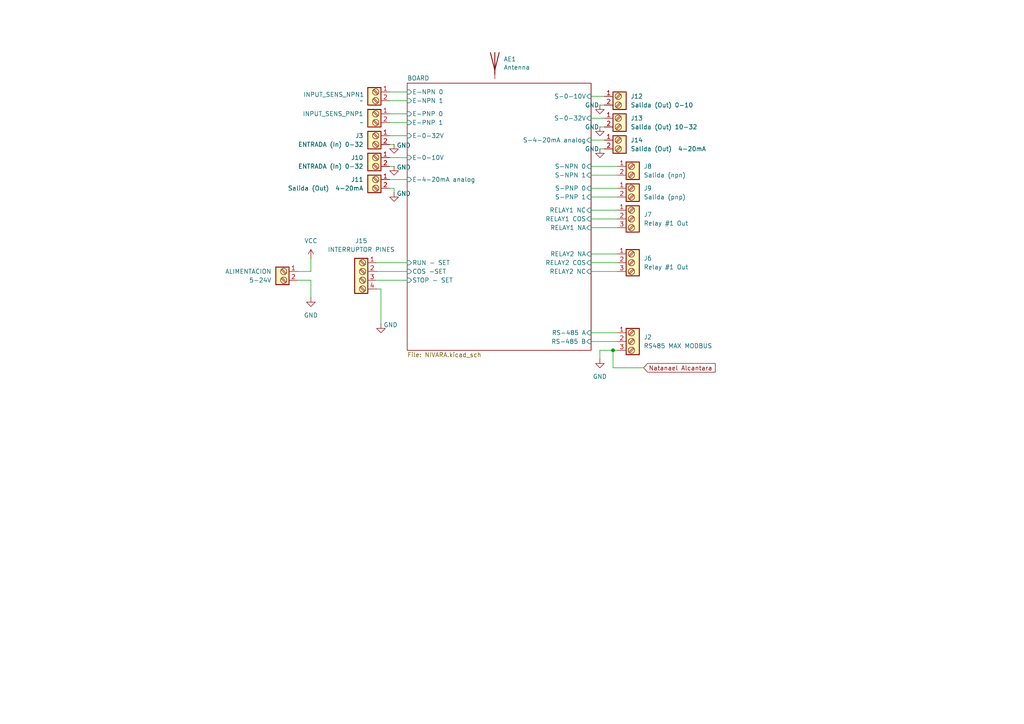
<source format=kicad_sch>
(kicad_sch
	(version 20250114)
	(generator "eeschema")
	(generator_version "9.0")
	(uuid "a0ccc1c3-98b7-44b4-a982-09e3bf693e4b")
	(paper "A4")
	(lib_symbols
		(symbol "Device:Antenna"
			(pin_numbers
				(hide yes)
			)
			(pin_names
				(offset 1.016)
				(hide yes)
			)
			(exclude_from_sim no)
			(in_bom yes)
			(on_board yes)
			(property "Reference" "AE"
				(at -1.905 1.905 0)
				(effects
					(font
						(size 1.27 1.27)
					)
					(justify right)
				)
			)
			(property "Value" "Antenna"
				(at -1.905 0 0)
				(effects
					(font
						(size 1.27 1.27)
					)
					(justify right)
				)
			)
			(property "Footprint" ""
				(at 0 0 0)
				(effects
					(font
						(size 1.27 1.27)
					)
					(hide yes)
				)
			)
			(property "Datasheet" "~"
				(at 0 0 0)
				(effects
					(font
						(size 1.27 1.27)
					)
					(hide yes)
				)
			)
			(property "Description" "Antenna"
				(at 0 0 0)
				(effects
					(font
						(size 1.27 1.27)
					)
					(hide yes)
				)
			)
			(property "ki_keywords" "antenna"
				(at 0 0 0)
				(effects
					(font
						(size 1.27 1.27)
					)
					(hide yes)
				)
			)
			(symbol "Antenna_0_1"
				(polyline
					(pts
						(xy 0 2.54) (xy 0 -3.81)
					)
					(stroke
						(width 0.254)
						(type default)
					)
					(fill
						(type none)
					)
				)
				(polyline
					(pts
						(xy 1.27 2.54) (xy 0 -2.54) (xy -1.27 2.54)
					)
					(stroke
						(width 0.254)
						(type default)
					)
					(fill
						(type none)
					)
				)
			)
			(symbol "Antenna_1_1"
				(pin input line
					(at 0 -5.08 90)
					(length 2.54)
					(name "A"
						(effects
							(font
								(size 1.27 1.27)
							)
						)
					)
					(number "1"
						(effects
							(font
								(size 1.27 1.27)
							)
						)
					)
				)
			)
			(embedded_fonts no)
		)
		(symbol "PCM_SL_Screw_Terminal:Screw_Terminal_2_P3.50mm"
			(exclude_from_sim no)
			(in_bom yes)
			(on_board yes)
			(property "Reference" "J"
				(at 0 3.81 0)
				(effects
					(font
						(size 1.27 1.27)
					)
				)
			)
			(property "Value" "Screw_Terminal_2_P3.50mm"
				(at 0 -3.81 0)
				(effects
					(font
						(size 1.27 1.27)
					)
				)
			)
			(property "Footprint" "TerminalBlock_Phoenix:TerminalBlock_Phoenix_PT-1,5-2-3.5-H_1x02_P3.50mm_Horizontal"
				(at 1.27 -6.35 0)
				(effects
					(font
						(size 1.27 1.27)
					)
					(hide yes)
				)
			)
			(property "Datasheet" ""
				(at 0 0 0)
				(effects
					(font
						(size 1.27 1.27)
					)
					(hide yes)
				)
			)
			(property "Description" ""
				(at 0 0 0)
				(effects
					(font
						(size 1.27 1.27)
					)
					(hide yes)
				)
			)
			(property "ki_keywords" "Screw Terminal"
				(at 0 0 0)
				(effects
					(font
						(size 1.27 1.27)
					)
					(hide yes)
				)
			)
			(symbol "Screw_Terminal_2_P3.50mm_0_1"
				(rectangle
					(start -1.27 2.54)
					(end 2.54 -2.54)
					(stroke
						(width 0.3)
						(type default)
					)
					(fill
						(type background)
					)
				)
				(polyline
					(pts
						(xy -0.254 0.508) (xy 1.016 1.778)
					)
					(stroke
						(width 0)
						(type default)
					)
					(fill
						(type none)
					)
				)
				(polyline
					(pts
						(xy -0.254 -2.032) (xy 1.016 -0.762)
					)
					(stroke
						(width 0)
						(type default)
					)
					(fill
						(type none)
					)
				)
				(polyline
					(pts
						(xy 0 1.27) (xy -0.508 0.762) (xy 0.762 2.032)
					)
					(stroke
						(width 0)
						(type default)
					)
					(fill
						(type none)
					)
				)
				(polyline
					(pts
						(xy 0 -1.27) (xy -0.508 -1.778) (xy 0.762 -0.508)
					)
					(stroke
						(width 0)
						(type default)
					)
					(fill
						(type none)
					)
				)
				(circle
					(center 0.254 1.27)
					(radius 0.9158)
					(stroke
						(width 0)
						(type default)
					)
					(fill
						(type none)
					)
				)
				(circle
					(center 0.254 -1.27)
					(radius 0.9158)
					(stroke
						(width 0)
						(type default)
					)
					(fill
						(type none)
					)
				)
			)
			(symbol "Screw_Terminal_2_P3.50mm_1_1"
				(pin passive line
					(at -3.81 1.27 0)
					(length 2.54)
					(name ""
						(effects
							(font
								(size 1.27 1.27)
							)
						)
					)
					(number "1"
						(effects
							(font
								(size 1.27 1.27)
							)
						)
					)
				)
				(pin passive line
					(at -3.81 -1.27 0)
					(length 2.54)
					(name ""
						(effects
							(font
								(size 1.27 1.27)
							)
						)
					)
					(number "2"
						(effects
							(font
								(size 1.27 1.27)
							)
						)
					)
				)
			)
			(embedded_fonts no)
		)
		(symbol "PCM_SL_Screw_Terminal:Screw_Terminal_3_P3.50mm"
			(exclude_from_sim no)
			(in_bom yes)
			(on_board yes)
			(property "Reference" "J"
				(at 0 5.842 0)
				(effects
					(font
						(size 1.27 1.27)
					)
				)
			)
			(property "Value" "Screw_Terminal_3_P3.50mm"
				(at 1.27 -5.588 0)
				(effects
					(font
						(size 1.27 1.27)
					)
				)
			)
			(property "Footprint" "TerminalBlock_Phoenix:TerminalBlock_Phoenix_PT-1,5-3-3.5-H_1x03_P3.50mm_Horizontal"
				(at 1.27 -7.62 0)
				(effects
					(font
						(size 1.27 1.27)
					)
					(hide yes)
				)
			)
			(property "Datasheet" ""
				(at 0 1.27 0)
				(effects
					(font
						(size 1.27 1.27)
					)
					(hide yes)
				)
			)
			(property "Description" ""
				(at 0 0 0)
				(effects
					(font
						(size 1.27 1.27)
					)
					(hide yes)
				)
			)
			(symbol "Screw_Terminal_3_P3.50mm_0_1"
				(rectangle
					(start -1.27 3.81)
					(end 2.54 -3.81)
					(stroke
						(width 0.3)
						(type default)
					)
					(fill
						(type background)
					)
				)
				(polyline
					(pts
						(xy -0.254 1.778) (xy 1.016 3.048)
					)
					(stroke
						(width 0)
						(type default)
					)
					(fill
						(type none)
					)
				)
				(polyline
					(pts
						(xy -0.254 -0.762) (xy 1.016 0.508)
					)
					(stroke
						(width 0)
						(type default)
					)
					(fill
						(type none)
					)
				)
				(polyline
					(pts
						(xy -0.254 -3.302) (xy 1.016 -2.032)
					)
					(stroke
						(width 0)
						(type default)
					)
					(fill
						(type none)
					)
				)
				(polyline
					(pts
						(xy 0 2.54) (xy -0.508 2.032) (xy 0.762 3.302)
					)
					(stroke
						(width 0)
						(type default)
					)
					(fill
						(type none)
					)
				)
				(polyline
					(pts
						(xy 0 0) (xy -0.508 -0.508) (xy 0.762 0.762)
					)
					(stroke
						(width 0)
						(type default)
					)
					(fill
						(type none)
					)
				)
				(polyline
					(pts
						(xy 0 -2.54) (xy -0.508 -3.048) (xy 0.762 -1.778)
					)
					(stroke
						(width 0)
						(type default)
					)
					(fill
						(type none)
					)
				)
				(circle
					(center 0.254 2.54)
					(radius 0.9158)
					(stroke
						(width 0)
						(type default)
					)
					(fill
						(type none)
					)
				)
				(circle
					(center 0.254 0)
					(radius 0.9158)
					(stroke
						(width 0)
						(type default)
					)
					(fill
						(type none)
					)
				)
				(circle
					(center 0.254 -2.54)
					(radius 0.9158)
					(stroke
						(width 0)
						(type default)
					)
					(fill
						(type none)
					)
				)
			)
			(symbol "Screw_Terminal_3_P3.50mm_1_1"
				(pin passive line
					(at -3.81 2.54 0)
					(length 2.54)
					(name ""
						(effects
							(font
								(size 1.27 1.27)
							)
						)
					)
					(number "1"
						(effects
							(font
								(size 1.27 1.27)
							)
						)
					)
				)
				(pin passive line
					(at -3.81 0 0)
					(length 2.54)
					(name ""
						(effects
							(font
								(size 1.27 1.27)
							)
						)
					)
					(number "2"
						(effects
							(font
								(size 1.27 1.27)
							)
						)
					)
				)
				(pin passive line
					(at -3.81 -2.54 0)
					(length 2.54)
					(name ""
						(effects
							(font
								(size 1.27 1.27)
							)
						)
					)
					(number "3"
						(effects
							(font
								(size 1.27 1.27)
							)
						)
					)
				)
			)
			(embedded_fonts no)
		)
		(symbol "PCM_SL_Screw_Terminal:Screw_Terminal_4_P3.50mm"
			(exclude_from_sim no)
			(in_bom yes)
			(on_board yes)
			(property "Reference" "J"
				(at 0 6.35 0)
				(effects
					(font
						(size 1.27 1.27)
					)
				)
			)
			(property "Value" "Screw_Terminal_4_P3.50mm"
				(at 1.27 -6.35 0)
				(effects
					(font
						(size 1.27 1.27)
					)
				)
			)
			(property "Footprint" "TerminalBlock_Phoenix:TerminalBlock_Phoenix_PT-1,5-4-3.5-H_1x04_P3.50mm_Horizontal"
				(at 0 -8.89 0)
				(effects
					(font
						(size 1.27 1.27)
					)
					(hide yes)
				)
			)
			(property "Datasheet" ""
				(at 0 2.54 0)
				(effects
					(font
						(size 1.27 1.27)
					)
					(hide yes)
				)
			)
			(property "Description" ""
				(at 0 0 0)
				(effects
					(font
						(size 1.27 1.27)
					)
					(hide yes)
				)
			)
			(symbol "Screw_Terminal_4_P3.50mm_0_1"
				(rectangle
					(start -1.27 5.08)
					(end 2.54 -5.08)
					(stroke
						(width 0.3)
						(type default)
					)
					(fill
						(type background)
					)
				)
				(polyline
					(pts
						(xy -0.254 3.048) (xy 1.016 4.318)
					)
					(stroke
						(width 0)
						(type default)
					)
					(fill
						(type none)
					)
				)
				(polyline
					(pts
						(xy -0.254 0.508) (xy 1.016 1.778)
					)
					(stroke
						(width 0)
						(type default)
					)
					(fill
						(type none)
					)
				)
				(polyline
					(pts
						(xy -0.254 -2.032) (xy 1.016 -0.762)
					)
					(stroke
						(width 0)
						(type default)
					)
					(fill
						(type none)
					)
				)
				(polyline
					(pts
						(xy -0.254 -4.572) (xy 1.016 -3.302)
					)
					(stroke
						(width 0)
						(type default)
					)
					(fill
						(type none)
					)
				)
				(polyline
					(pts
						(xy 0 3.81) (xy -0.508 3.302) (xy 0.762 4.572)
					)
					(stroke
						(width 0)
						(type default)
					)
					(fill
						(type none)
					)
				)
				(polyline
					(pts
						(xy 0 1.27) (xy -0.508 0.762) (xy 0.762 2.032)
					)
					(stroke
						(width 0)
						(type default)
					)
					(fill
						(type none)
					)
				)
				(polyline
					(pts
						(xy 0 -1.27) (xy -0.508 -1.778) (xy 0.762 -0.508)
					)
					(stroke
						(width 0)
						(type default)
					)
					(fill
						(type none)
					)
				)
				(polyline
					(pts
						(xy 0 -3.81) (xy -0.508 -4.318) (xy 0.762 -3.048)
					)
					(stroke
						(width 0)
						(type default)
					)
					(fill
						(type none)
					)
				)
				(circle
					(center 0.254 3.81)
					(radius 0.9158)
					(stroke
						(width 0)
						(type default)
					)
					(fill
						(type none)
					)
				)
				(circle
					(center 0.254 1.27)
					(radius 0.9158)
					(stroke
						(width 0)
						(type default)
					)
					(fill
						(type none)
					)
				)
				(circle
					(center 0.254 -1.27)
					(radius 0.9158)
					(stroke
						(width 0)
						(type default)
					)
					(fill
						(type none)
					)
				)
				(circle
					(center 0.254 -3.81)
					(radius 0.9158)
					(stroke
						(width 0)
						(type default)
					)
					(fill
						(type none)
					)
				)
			)
			(symbol "Screw_Terminal_4_P3.50mm_1_1"
				(pin passive line
					(at -3.81 3.81 0)
					(length 2.54)
					(name ""
						(effects
							(font
								(size 1.27 1.27)
							)
						)
					)
					(number "1"
						(effects
							(font
								(size 1.27 1.27)
							)
						)
					)
				)
				(pin passive line
					(at -3.81 1.27 0)
					(length 2.54)
					(name ""
						(effects
							(font
								(size 1.27 1.27)
							)
						)
					)
					(number "2"
						(effects
							(font
								(size 1.27 1.27)
							)
						)
					)
				)
				(pin passive line
					(at -3.81 -1.27 0)
					(length 2.54)
					(name ""
						(effects
							(font
								(size 1.27 1.27)
							)
						)
					)
					(number "3"
						(effects
							(font
								(size 1.27 1.27)
							)
						)
					)
				)
				(pin passive line
					(at -3.81 -3.81 0)
					(length 2.54)
					(name ""
						(effects
							(font
								(size 1.27 1.27)
							)
						)
					)
					(number "4"
						(effects
							(font
								(size 1.27 1.27)
							)
						)
					)
				)
			)
			(embedded_fonts no)
		)
		(symbol "power:GND"
			(power)
			(pin_numbers
				(hide yes)
			)
			(pin_names
				(offset 0)
				(hide yes)
			)
			(exclude_from_sim no)
			(in_bom yes)
			(on_board yes)
			(property "Reference" "#PWR"
				(at 0 -6.35 0)
				(effects
					(font
						(size 1.27 1.27)
					)
					(hide yes)
				)
			)
			(property "Value" "GND"
				(at 0 -3.81 0)
				(effects
					(font
						(size 1.27 1.27)
					)
				)
			)
			(property "Footprint" ""
				(at 0 0 0)
				(effects
					(font
						(size 1.27 1.27)
					)
					(hide yes)
				)
			)
			(property "Datasheet" ""
				(at 0 0 0)
				(effects
					(font
						(size 1.27 1.27)
					)
					(hide yes)
				)
			)
			(property "Description" "Power symbol creates a global label with name \"GND\" , ground"
				(at 0 0 0)
				(effects
					(font
						(size 1.27 1.27)
					)
					(hide yes)
				)
			)
			(property "ki_keywords" "global power"
				(at 0 0 0)
				(effects
					(font
						(size 1.27 1.27)
					)
					(hide yes)
				)
			)
			(symbol "GND_0_1"
				(polyline
					(pts
						(xy 0 0) (xy 0 -1.27) (xy 1.27 -1.27) (xy 0 -2.54) (xy -1.27 -1.27) (xy 0 -1.27)
					)
					(stroke
						(width 0)
						(type default)
					)
					(fill
						(type none)
					)
				)
			)
			(symbol "GND_1_1"
				(pin power_in line
					(at 0 0 270)
					(length 0)
					(name "~"
						(effects
							(font
								(size 1.27 1.27)
							)
						)
					)
					(number "1"
						(effects
							(font
								(size 1.27 1.27)
							)
						)
					)
				)
			)
			(embedded_fonts no)
		)
		(symbol "power:VCC"
			(power)
			(pin_numbers
				(hide yes)
			)
			(pin_names
				(offset 0)
				(hide yes)
			)
			(exclude_from_sim no)
			(in_bom yes)
			(on_board yes)
			(property "Reference" "#PWR"
				(at 0 -3.81 0)
				(effects
					(font
						(size 1.27 1.27)
					)
					(hide yes)
				)
			)
			(property "Value" "VCC"
				(at 0 3.556 0)
				(effects
					(font
						(size 1.27 1.27)
					)
				)
			)
			(property "Footprint" ""
				(at 0 0 0)
				(effects
					(font
						(size 1.27 1.27)
					)
					(hide yes)
				)
			)
			(property "Datasheet" ""
				(at 0 0 0)
				(effects
					(font
						(size 1.27 1.27)
					)
					(hide yes)
				)
			)
			(property "Description" "Power symbol creates a global label with name \"VCC\""
				(at 0 0 0)
				(effects
					(font
						(size 1.27 1.27)
					)
					(hide yes)
				)
			)
			(property "ki_keywords" "global power"
				(at 0 0 0)
				(effects
					(font
						(size 1.27 1.27)
					)
					(hide yes)
				)
			)
			(symbol "VCC_0_1"
				(polyline
					(pts
						(xy -0.762 1.27) (xy 0 2.54)
					)
					(stroke
						(width 0)
						(type default)
					)
					(fill
						(type none)
					)
				)
				(polyline
					(pts
						(xy 0 2.54) (xy 0.762 1.27)
					)
					(stroke
						(width 0)
						(type default)
					)
					(fill
						(type none)
					)
				)
				(polyline
					(pts
						(xy 0 0) (xy 0 2.54)
					)
					(stroke
						(width 0)
						(type default)
					)
					(fill
						(type none)
					)
				)
			)
			(symbol "VCC_1_1"
				(pin power_in line
					(at 0 0 90)
					(length 0)
					(name "~"
						(effects
							(font
								(size 1.27 1.27)
							)
						)
					)
					(number "1"
						(effects
							(font
								(size 1.27 1.27)
							)
						)
					)
				)
			)
			(embedded_fonts no)
		)
	)
	(junction
		(at 177.8 101.6)
		(diameter 0)
		(color 0 0 0 0)
		(uuid "df7662fc-0b5d-4f12-9540-d3490dcc6405")
	)
	(wire
		(pts
			(xy 173.99 104.14) (xy 173.99 101.6)
		)
		(stroke
			(width 0)
			(type default)
		)
		(uuid "00de457a-3184-4e0a-b164-7fd54f310965")
	)
	(wire
		(pts
			(xy 171.45 96.52) (xy 179.07 96.52)
		)
		(stroke
			(width 0)
			(type default)
		)
		(uuid "01253a4c-2651-4361-aa06-8739924e5ad9")
	)
	(wire
		(pts
			(xy 90.17 81.28) (xy 90.17 86.36)
		)
		(stroke
			(width 0)
			(type default)
		)
		(uuid "0563a319-bdc8-4c64-a65a-d99cccd83834")
	)
	(wire
		(pts
			(xy 113.03 48.26) (xy 114.3 48.26)
		)
		(stroke
			(width 0)
			(type default)
		)
		(uuid "0ea5aa29-1381-4726-b91f-1aa9d2c40a3a")
	)
	(wire
		(pts
			(xy 171.45 40.64) (xy 175.26 40.64)
		)
		(stroke
			(width 0)
			(type default)
		)
		(uuid "1266c8bb-94d2-4f99-8179-59c0796ec11d")
	)
	(wire
		(pts
			(xy 173.99 36.83) (xy 175.26 36.83)
		)
		(stroke
			(width 0)
			(type default)
		)
		(uuid "151889f1-3e4a-48cf-bd00-3abb7391c1e0")
	)
	(wire
		(pts
			(xy 113.03 52.07) (xy 118.11 52.07)
		)
		(stroke
			(width 0)
			(type default)
		)
		(uuid "21f21d80-0833-4751-b9b9-212809b1e36d")
	)
	(wire
		(pts
			(xy 113.03 29.21) (xy 118.11 29.21)
		)
		(stroke
			(width 0)
			(type default)
		)
		(uuid "2a6965b4-4253-4168-ae08-c6e8898b5a2e")
	)
	(wire
		(pts
			(xy 109.22 76.2) (xy 118.11 76.2)
		)
		(stroke
			(width 0)
			(type default)
		)
		(uuid "2c712e9d-cd93-4caf-9aee-aa9d852f8712")
	)
	(wire
		(pts
			(xy 179.07 54.61) (xy 171.45 54.61)
		)
		(stroke
			(width 0)
			(type default)
		)
		(uuid "3cba514f-0242-41aa-aee3-43e7c4a2662d")
	)
	(wire
		(pts
			(xy 114.3 54.61) (xy 113.03 54.61)
		)
		(stroke
			(width 0)
			(type default)
		)
		(uuid "40f0306c-d6f2-4bf5-85ce-98af04220c35")
	)
	(wire
		(pts
			(xy 113.03 41.91) (xy 114.3 41.91)
		)
		(stroke
			(width 0)
			(type default)
		)
		(uuid "434def90-c906-4bc2-ada5-05b9ab248315")
	)
	(wire
		(pts
			(xy 179.07 50.8) (xy 171.45 50.8)
		)
		(stroke
			(width 0)
			(type default)
		)
		(uuid "4c31d755-ec2c-49d5-98d3-0e394c0fea76")
	)
	(wire
		(pts
			(xy 113.03 35.56) (xy 118.11 35.56)
		)
		(stroke
			(width 0)
			(type default)
		)
		(uuid "4d66f259-02e3-4a11-a1cd-2e038381c0b0")
	)
	(wire
		(pts
			(xy 173.99 101.6) (xy 177.8 101.6)
		)
		(stroke
			(width 0)
			(type default)
		)
		(uuid "556dbbc2-b98c-425d-a5db-d16f6ce0e565")
	)
	(wire
		(pts
			(xy 86.36 81.28) (xy 90.17 81.28)
		)
		(stroke
			(width 0)
			(type default)
		)
		(uuid "56a41f37-5d23-4365-85ff-091b5c2e6ed5")
	)
	(wire
		(pts
			(xy 171.45 48.26) (xy 179.07 48.26)
		)
		(stroke
			(width 0)
			(type default)
		)
		(uuid "74d217c4-b2f2-4226-9edf-16d5b192d6ce")
	)
	(wire
		(pts
			(xy 90.17 74.93) (xy 90.17 78.74)
		)
		(stroke
			(width 0)
			(type default)
		)
		(uuid "7b3ca72f-26ea-4841-9900-d27832d4303b")
	)
	(wire
		(pts
			(xy 171.45 76.2) (xy 179.07 76.2)
		)
		(stroke
			(width 0)
			(type default)
		)
		(uuid "7d78e682-e28e-46e2-a431-eec6624b3deb")
	)
	(wire
		(pts
			(xy 179.07 57.15) (xy 171.45 57.15)
		)
		(stroke
			(width 0)
			(type default)
		)
		(uuid "80cdde06-ce74-4fcf-8622-0ecea2540dee")
	)
	(wire
		(pts
			(xy 171.45 99.06) (xy 179.07 99.06)
		)
		(stroke
			(width 0)
			(type default)
		)
		(uuid "84a445ba-4445-461f-a4cd-239a8358c84d")
	)
	(wire
		(pts
			(xy 113.03 26.67) (xy 118.11 26.67)
		)
		(stroke
			(width 0)
			(type default)
		)
		(uuid "86261a4e-42f8-4633-9928-a0ca0c93abf5")
	)
	(wire
		(pts
			(xy 110.49 93.98) (xy 110.49 83.82)
		)
		(stroke
			(width 0)
			(type default)
		)
		(uuid "8808d4ff-f143-4933-ba9a-81583c4d9e1d")
	)
	(wire
		(pts
			(xy 171.45 63.5) (xy 179.07 63.5)
		)
		(stroke
			(width 0)
			(type default)
		)
		(uuid "8952b4a9-38ed-461f-bc64-8c5dacfbf921")
	)
	(wire
		(pts
			(xy 109.22 81.28) (xy 118.11 81.28)
		)
		(stroke
			(width 0)
			(type default)
		)
		(uuid "8b53f84e-aabf-4047-a299-d8e220b06f34")
	)
	(wire
		(pts
			(xy 113.03 45.72) (xy 118.11 45.72)
		)
		(stroke
			(width 0)
			(type default)
		)
		(uuid "8b9654ec-1554-4dcd-961a-5cf296cf3b3d")
	)
	(wire
		(pts
			(xy 114.3 55.88) (xy 114.3 54.61)
		)
		(stroke
			(width 0)
			(type default)
		)
		(uuid "8ffb73d4-4da9-4559-8d57-da6c45078e94")
	)
	(wire
		(pts
			(xy 177.8 101.6) (xy 179.07 101.6)
		)
		(stroke
			(width 0)
			(type default)
		)
		(uuid "929c7b4d-234d-4638-9f23-25540d756cc9")
	)
	(wire
		(pts
			(xy 113.03 33.02) (xy 118.11 33.02)
		)
		(stroke
			(width 0)
			(type default)
		)
		(uuid "9b55798c-8814-49ec-9899-f0bc9fd22bce")
	)
	(wire
		(pts
			(xy 173.99 30.48) (xy 175.26 30.48)
		)
		(stroke
			(width 0)
			(type default)
		)
		(uuid "9d5c0337-031d-4f62-b9ad-949b98a1f74b")
	)
	(wire
		(pts
			(xy 171.45 60.96) (xy 179.07 60.96)
		)
		(stroke
			(width 0)
			(type default)
		)
		(uuid "b1d0a525-39e5-4dc1-8500-cc7b452dd5c9")
	)
	(wire
		(pts
			(xy 171.45 78.74) (xy 179.07 78.74)
		)
		(stroke
			(width 0)
			(type default)
		)
		(uuid "b28b6b9b-8693-4b33-b043-718534c51831")
	)
	(wire
		(pts
			(xy 90.17 78.74) (xy 86.36 78.74)
		)
		(stroke
			(width 0)
			(type default)
		)
		(uuid "c0c2d820-9ee4-4272-85ee-0eeac06a70a5")
	)
	(wire
		(pts
			(xy 171.45 27.94) (xy 175.26 27.94)
		)
		(stroke
			(width 0)
			(type default)
		)
		(uuid "c6da80f9-7383-4dcd-8269-325f67f35549")
	)
	(wire
		(pts
			(xy 109.22 78.74) (xy 118.11 78.74)
		)
		(stroke
			(width 0)
			(type default)
		)
		(uuid "cdb11d4c-af9e-4430-82f6-4d49258e2062")
	)
	(wire
		(pts
			(xy 171.45 73.66) (xy 179.07 73.66)
		)
		(stroke
			(width 0)
			(type default)
		)
		(uuid "cfb59577-ff81-402b-aa74-145b89c3a1bf")
	)
	(wire
		(pts
			(xy 186.69 106.68) (xy 177.8 106.68)
		)
		(stroke
			(width 0)
			(type default)
		)
		(uuid "d7d9af38-5642-4717-88f1-27a395163631")
	)
	(wire
		(pts
			(xy 171.45 34.29) (xy 175.26 34.29)
		)
		(stroke
			(width 0)
			(type default)
		)
		(uuid "d8d5e7cc-a98a-4c8d-9b07-d188dbac0d97")
	)
	(wire
		(pts
			(xy 173.99 43.18) (xy 175.26 43.18)
		)
		(stroke
			(width 0)
			(type default)
		)
		(uuid "da11b411-1a7f-4f31-8e27-e8d30830a0cf")
	)
	(wire
		(pts
			(xy 177.8 106.68) (xy 177.8 101.6)
		)
		(stroke
			(width 0)
			(type default)
		)
		(uuid "da26ec43-afd5-4b61-9a5f-097bdbdb91ac")
	)
	(wire
		(pts
			(xy 110.49 83.82) (xy 109.22 83.82)
		)
		(stroke
			(width 0)
			(type default)
		)
		(uuid "f7e58ce8-dfa0-4e0c-a452-7a7cdb1d0906")
	)
	(wire
		(pts
			(xy 171.45 66.04) (xy 179.07 66.04)
		)
		(stroke
			(width 0)
			(type default)
		)
		(uuid "f93f668f-1e0a-451f-b5ce-54c920a3faf8")
	)
	(wire
		(pts
			(xy 113.03 39.37) (xy 118.11 39.37)
		)
		(stroke
			(width 0)
			(type default)
		)
		(uuid "fc9e0b9d-e6be-4088-8d2e-1c026d215a8f")
	)
	(global_label "Natanael Alcantara"
		(shape input)
		(at 186.69 106.68 0)
		(fields_autoplaced yes)
		(effects
			(font
				(size 1.27 1.27)
			)
			(justify left)
		)
		(uuid "15e4fcf0-386d-42c7-b348-eb0c671057f1")
		(property "Intersheetrefs" "${INTERSHEET_REFS}"
			(at 207.9991 106.68 0)
			(effects
				(font
					(size 1.27 1.27)
				)
				(justify left)
				(hide yes)
			)
		)
	)
	(symbol
		(lib_id "PCM_SL_Screw_Terminal:Screw_Terminal_3_P3.50mm")
		(at 182.88 76.2 0)
		(unit 1)
		(exclude_from_sim no)
		(in_bom yes)
		(on_board yes)
		(dnp no)
		(fields_autoplaced yes)
		(uuid "19158588-9783-4a13-b08e-1b5e2e355803")
		(property "Reference" "J6"
			(at 186.69 74.9299 0)
			(effects
				(font
					(size 1.27 1.27)
				)
				(justify left)
			)
		)
		(property "Value" "Relay #1 Out"
			(at 186.69 77.4699 0)
			(effects
				(font
					(size 1.27 1.27)
				)
				(justify left)
			)
		)
		(property "Footprint" "TerminalBlock_Phoenix:TerminalBlock_Phoenix_PT-1,5-3-3.5-H_1x03_P3.50mm_Horizontal"
			(at 184.15 83.82 0)
			(effects
				(font
					(size 1.27 1.27)
				)
				(hide yes)
			)
		)
		(property "Datasheet" ""
			(at 182.88 74.93 0)
			(effects
				(font
					(size 1.27 1.27)
				)
				(hide yes)
			)
		)
		(property "Description" ""
			(at 182.88 76.2 0)
			(effects
				(font
					(size 1.27 1.27)
				)
				(hide yes)
			)
		)
		(pin "1"
			(uuid "6598c3c8-f14a-45eb-9653-d39b729ae1e0")
		)
		(pin "2"
			(uuid "ab3c5fd2-91f9-411f-96ad-7dbb9b444412")
		)
		(pin "3"
			(uuid "a9e39266-9c40-4757-9c03-6c6e71bd52b7")
		)
		(instances
			(project "PCB PICHARDO"
				(path "/a0ccc1c3-98b7-44b4-a982-09e3bf693e4b"
					(reference "J6")
					(unit 1)
				)
			)
		)
	)
	(symbol
		(lib_id "power:GND")
		(at 110.49 93.98 0)
		(unit 1)
		(exclude_from_sim no)
		(in_bom yes)
		(on_board yes)
		(dnp no)
		(uuid "20ee61fa-692d-4ff2-b1cc-19bf6a976861")
		(property "Reference" "#PWR018"
			(at 110.49 100.33 0)
			(effects
				(font
					(size 1.27 1.27)
				)
				(hide yes)
			)
		)
		(property "Value" "GND"
			(at 113.284 94.234 0)
			(effects
				(font
					(size 1.27 1.27)
				)
			)
		)
		(property "Footprint" ""
			(at 110.49 93.98 0)
			(effects
				(font
					(size 1.27 1.27)
				)
				(hide yes)
			)
		)
		(property "Datasheet" ""
			(at 110.49 93.98 0)
			(effects
				(font
					(size 1.27 1.27)
				)
				(hide yes)
			)
		)
		(property "Description" "Power symbol creates a global label with name \"GND\" , ground"
			(at 110.49 93.98 0)
			(effects
				(font
					(size 1.27 1.27)
				)
				(hide yes)
			)
		)
		(pin "1"
			(uuid "ba07bf98-786c-4852-b7ca-f38c9d3b8440")
		)
		(instances
			(project "PCB PICHARDO"
				(path "/a0ccc1c3-98b7-44b4-a982-09e3bf693e4b"
					(reference "#PWR018")
					(unit 1)
				)
			)
		)
	)
	(symbol
		(lib_id "PCM_SL_Screw_Terminal:Screw_Terminal_2_P3.50mm")
		(at 182.88 55.88 0)
		(unit 1)
		(exclude_from_sim no)
		(in_bom yes)
		(on_board yes)
		(dnp no)
		(uuid "2aa4cae2-2fa8-416c-bdaa-b714123da3f2")
		(property "Reference" "J9"
			(at 186.69 54.6099 0)
			(effects
				(font
					(size 1.27 1.27)
				)
				(justify left)
			)
		)
		(property "Value" "Salida (pnp)"
			(at 186.69 57.1499 0)
			(effects
				(font
					(size 1.27 1.27)
				)
				(justify left)
			)
		)
		(property "Footprint" "TerminalBlock_Phoenix:TerminalBlock_Phoenix_PT-1,5-2-3.5-H_1x02_P3.50mm_Horizontal"
			(at 184.15 62.23 0)
			(effects
				(font
					(size 1.27 1.27)
				)
				(hide yes)
			)
		)
		(property "Datasheet" ""
			(at 182.88 55.88 0)
			(effects
				(font
					(size 1.27 1.27)
				)
				(hide yes)
			)
		)
		(property "Description" ""
			(at 182.88 55.88 0)
			(effects
				(font
					(size 1.27 1.27)
				)
				(hide yes)
			)
		)
		(pin "1"
			(uuid "7068eea1-95c8-40f8-b292-c9f598110b37")
		)
		(pin "2"
			(uuid "0d6d0838-73ec-4964-81b0-d15357cd1ba0")
		)
		(instances
			(project "PCB PICHARDO"
				(path "/a0ccc1c3-98b7-44b4-a982-09e3bf693e4b"
					(reference "J9")
					(unit 1)
				)
			)
		)
	)
	(symbol
		(lib_id "PCM_SL_Screw_Terminal:Screw_Terminal_2_P3.50mm")
		(at 109.22 53.34 0)
		(mirror y)
		(unit 1)
		(exclude_from_sim no)
		(in_bom yes)
		(on_board yes)
		(dnp no)
		(uuid "2cd3de93-0a0d-4ec4-8eab-be981e0db0d8")
		(property "Reference" "J11"
			(at 105.41 52.0699 0)
			(effects
				(font
					(size 1.27 1.27)
				)
				(justify left)
			)
		)
		(property "Value" "Salida (Out)  4-20mA"
			(at 105.41 54.6099 0)
			(effects
				(font
					(size 1.27 1.27)
				)
				(justify left)
			)
		)
		(property "Footprint" "TerminalBlock_Phoenix:TerminalBlock_Phoenix_PT-1,5-2-3.5-H_1x02_P3.50mm_Horizontal"
			(at 107.95 59.69 0)
			(effects
				(font
					(size 1.27 1.27)
				)
				(hide yes)
			)
		)
		(property "Datasheet" ""
			(at 109.22 53.34 0)
			(effects
				(font
					(size 1.27 1.27)
				)
				(hide yes)
			)
		)
		(property "Description" ""
			(at 109.22 53.34 0)
			(effects
				(font
					(size 1.27 1.27)
				)
				(hide yes)
			)
		)
		(pin "1"
			(uuid "8243a583-9712-4a47-ab79-b29f09a847f2")
		)
		(pin "2"
			(uuid "30a39645-2d94-4329-b865-5954e667cfdc")
		)
		(instances
			(project "PCB PICHARDO"
				(path "/a0ccc1c3-98b7-44b4-a982-09e3bf693e4b"
					(reference "J11")
					(unit 1)
				)
			)
		)
	)
	(symbol
		(lib_id "PCM_SL_Screw_Terminal:Screw_Terminal_2_P3.50mm")
		(at 109.22 40.64 0)
		(mirror y)
		(unit 1)
		(exclude_from_sim no)
		(in_bom yes)
		(on_board yes)
		(dnp no)
		(uuid "5fb5c638-3048-4f4f-9530-16915f20ef18")
		(property "Reference" "J3"
			(at 105.41 39.3699 0)
			(effects
				(font
					(size 1.27 1.27)
				)
				(justify left)
			)
		)
		(property "Value" "ENTRADA (In) 0-32"
			(at 105.41 41.9099 0)
			(effects
				(font
					(size 1.27 1.27)
				)
				(justify left)
			)
		)
		(property "Footprint" "TerminalBlock_Phoenix:TerminalBlock_Phoenix_PT-1,5-2-3.5-H_1x02_P3.50mm_Horizontal"
			(at 107.95 46.99 0)
			(effects
				(font
					(size 1.27 1.27)
				)
				(hide yes)
			)
		)
		(property "Datasheet" ""
			(at 109.22 40.64 0)
			(effects
				(font
					(size 1.27 1.27)
				)
				(hide yes)
			)
		)
		(property "Description" ""
			(at 109.22 40.64 0)
			(effects
				(font
					(size 1.27 1.27)
				)
				(hide yes)
			)
		)
		(pin "1"
			(uuid "68af67ca-6f4a-4e7c-be63-74235012e9ef")
		)
		(pin "2"
			(uuid "5595107f-33bb-40aa-a272-07f2f55f49f4")
		)
		(instances
			(project "PCB PICHARDO"
				(path "/a0ccc1c3-98b7-44b4-a982-09e3bf693e4b"
					(reference "J3")
					(unit 1)
				)
			)
		)
	)
	(symbol
		(lib_id "PCM_SL_Screw_Terminal:Screw_Terminal_4_P3.50mm")
		(at 105.41 80.01 0)
		(mirror y)
		(unit 1)
		(exclude_from_sim no)
		(in_bom yes)
		(on_board yes)
		(dnp no)
		(fields_autoplaced yes)
		(uuid "62532987-b618-4293-838f-097aece96af2")
		(property "Reference" "J15"
			(at 104.775 69.85 0)
			(effects
				(font
					(size 1.27 1.27)
				)
			)
		)
		(property "Value" "INTERRUPTOR PINES"
			(at 104.775 72.39 0)
			(effects
				(font
					(size 1.27 1.27)
				)
			)
		)
		(property "Footprint" "TerminalBlock_Phoenix:TerminalBlock_Phoenix_PT-1,5-4-3.5-H_1x04_P3.50mm_Horizontal"
			(at 105.41 88.9 0)
			(effects
				(font
					(size 1.27 1.27)
				)
				(hide yes)
			)
		)
		(property "Datasheet" ""
			(at 105.41 77.47 0)
			(effects
				(font
					(size 1.27 1.27)
				)
				(hide yes)
			)
		)
		(property "Description" ""
			(at 105.41 80.01 0)
			(effects
				(font
					(size 1.27 1.27)
				)
				(hide yes)
			)
		)
		(pin "2"
			(uuid "538a953e-2526-47f0-885f-6e9ee9cd6a21")
		)
		(pin "3"
			(uuid "3b188265-cb80-4f9d-8d9f-4929661819da")
		)
		(pin "1"
			(uuid "7ff59b78-0d93-48ba-b395-b12b43fcf41c")
		)
		(pin "4"
			(uuid "b5348b76-f09c-4c97-9fc8-1a824dea33dc")
		)
		(instances
			(project ""
				(path "/a0ccc1c3-98b7-44b4-a982-09e3bf693e4b"
					(reference "J15")
					(unit 1)
				)
			)
		)
	)
	(symbol
		(lib_id "power:GND")
		(at 90.17 86.36 0)
		(unit 1)
		(exclude_from_sim no)
		(in_bom yes)
		(on_board yes)
		(dnp no)
		(fields_autoplaced yes)
		(uuid "638dc81d-c4cd-4513-9c31-a6307d6dd3f9")
		(property "Reference" "#PWR09"
			(at 90.17 92.71 0)
			(effects
				(font
					(size 1.27 1.27)
				)
				(hide yes)
			)
		)
		(property "Value" "GND"
			(at 90.17 91.44 0)
			(effects
				(font
					(size 1.27 1.27)
				)
			)
		)
		(property "Footprint" ""
			(at 90.17 86.36 0)
			(effects
				(font
					(size 1.27 1.27)
				)
				(hide yes)
			)
		)
		(property "Datasheet" ""
			(at 90.17 86.36 0)
			(effects
				(font
					(size 1.27 1.27)
				)
				(hide yes)
			)
		)
		(property "Description" "Power symbol creates a global label with name \"GND\" , ground"
			(at 90.17 86.36 0)
			(effects
				(font
					(size 1.27 1.27)
				)
				(hide yes)
			)
		)
		(pin "1"
			(uuid "15e03ce9-1fec-41b0-95d9-d0868458afd5")
		)
		(instances
			(project ""
				(path "/a0ccc1c3-98b7-44b4-a982-09e3bf693e4b"
					(reference "#PWR09")
					(unit 1)
				)
			)
		)
	)
	(symbol
		(lib_id "power:VCC")
		(at 90.17 74.93 0)
		(unit 1)
		(exclude_from_sim no)
		(in_bom yes)
		(on_board yes)
		(dnp no)
		(fields_autoplaced yes)
		(uuid "764e12f3-03e0-4306-938a-4825deae6669")
		(property "Reference" "#PWR08"
			(at 90.17 78.74 0)
			(effects
				(font
					(size 1.27 1.27)
				)
				(hide yes)
			)
		)
		(property "Value" "VCC"
			(at 90.17 69.85 0)
			(effects
				(font
					(size 1.27 1.27)
				)
			)
		)
		(property "Footprint" ""
			(at 90.17 74.93 0)
			(effects
				(font
					(size 1.27 1.27)
				)
				(hide yes)
			)
		)
		(property "Datasheet" ""
			(at 90.17 74.93 0)
			(effects
				(font
					(size 1.27 1.27)
				)
				(hide yes)
			)
		)
		(property "Description" "Power symbol creates a global label with name \"VCC\""
			(at 90.17 74.93 0)
			(effects
				(font
					(size 1.27 1.27)
				)
				(hide yes)
			)
		)
		(pin "1"
			(uuid "c4b18811-8550-4ac5-940f-2853ebbcdc3b")
		)
		(instances
			(project ""
				(path "/a0ccc1c3-98b7-44b4-a982-09e3bf693e4b"
					(reference "#PWR08")
					(unit 1)
				)
			)
		)
	)
	(symbol
		(lib_id "power:GND")
		(at 114.3 55.88 0)
		(unit 1)
		(exclude_from_sim no)
		(in_bom yes)
		(on_board yes)
		(dnp no)
		(uuid "7deab239-e42a-448f-b246-343ac19d920d")
		(property "Reference" "#PWR014"
			(at 114.3 62.23 0)
			(effects
				(font
					(size 1.27 1.27)
				)
				(hide yes)
			)
		)
		(property "Value" "GND"
			(at 117.094 56.134 0)
			(effects
				(font
					(size 1.27 1.27)
				)
			)
		)
		(property "Footprint" ""
			(at 114.3 55.88 0)
			(effects
				(font
					(size 1.27 1.27)
				)
				(hide yes)
			)
		)
		(property "Datasheet" ""
			(at 114.3 55.88 0)
			(effects
				(font
					(size 1.27 1.27)
				)
				(hide yes)
			)
		)
		(property "Description" "Power symbol creates a global label with name \"GND\" , ground"
			(at 114.3 55.88 0)
			(effects
				(font
					(size 1.27 1.27)
				)
				(hide yes)
			)
		)
		(pin "1"
			(uuid "354a907d-91b5-4818-a35f-45e984a6a5b7")
		)
		(instances
			(project "PCB PICHARDO"
				(path "/a0ccc1c3-98b7-44b4-a982-09e3bf693e4b"
					(reference "#PWR014")
					(unit 1)
				)
			)
		)
	)
	(symbol
		(lib_id "power:GND")
		(at 173.99 36.83 0)
		(unit 1)
		(exclude_from_sim no)
		(in_bom yes)
		(on_board yes)
		(dnp no)
		(uuid "8095ee09-3592-43db-8ef3-338a2b8669d9")
		(property "Reference" "#PWR016"
			(at 173.99 43.18 0)
			(effects
				(font
					(size 1.27 1.27)
				)
				(hide yes)
			)
		)
		(property "Value" "GND"
			(at 171.704 36.83 0)
			(effects
				(font
					(size 1.27 1.27)
				)
			)
		)
		(property "Footprint" ""
			(at 173.99 36.83 0)
			(effects
				(font
					(size 1.27 1.27)
				)
				(hide yes)
			)
		)
		(property "Datasheet" ""
			(at 173.99 36.83 0)
			(effects
				(font
					(size 1.27 1.27)
				)
				(hide yes)
			)
		)
		(property "Description" "Power symbol creates a global label with name \"GND\" , ground"
			(at 173.99 36.83 0)
			(effects
				(font
					(size 1.27 1.27)
				)
				(hide yes)
			)
		)
		(pin "1"
			(uuid "af9ad60e-5198-4371-b04c-96883fdfa376")
		)
		(instances
			(project "PCB PICHARDO"
				(path "/a0ccc1c3-98b7-44b4-a982-09e3bf693e4b"
					(reference "#PWR016")
					(unit 1)
				)
			)
		)
	)
	(symbol
		(lib_id "PCM_SL_Screw_Terminal:Screw_Terminal_2_P3.50mm")
		(at 109.22 27.94 0)
		(mirror y)
		(unit 1)
		(exclude_from_sim no)
		(in_bom yes)
		(on_board yes)
		(dnp no)
		(uuid "83577f6f-ae14-4eaf-80ec-50f090b41db6")
		(property "Reference" "INPUT_SENS_NPN1"
			(at 105.664 27.432 0)
			(effects
				(font
					(size 1.27 1.27)
				)
				(justify left)
			)
		)
		(property "Value" "~"
			(at 105.41 29.2099 0)
			(effects
				(font
					(size 1.27 1.27)
				)
				(justify left)
			)
		)
		(property "Footprint" "TerminalBlock_Phoenix:TerminalBlock_Phoenix_PT-1,5-2-3.5-H_1x02_P3.50mm_Horizontal"
			(at 107.95 34.29 0)
			(effects
				(font
					(size 1.27 1.27)
				)
				(hide yes)
			)
		)
		(property "Datasheet" ""
			(at 109.22 27.94 0)
			(effects
				(font
					(size 1.27 1.27)
				)
				(hide yes)
			)
		)
		(property "Description" ""
			(at 109.22 27.94 0)
			(effects
				(font
					(size 1.27 1.27)
				)
				(hide yes)
			)
		)
		(pin "1"
			(uuid "f9c80640-f5fa-40d4-a4cd-435a60dfa0cc")
		)
		(pin "2"
			(uuid "e4721efe-6a7f-4b29-acfe-db1d60008de4")
		)
		(instances
			(project ""
				(path "/a0ccc1c3-98b7-44b4-a982-09e3bf693e4b"
					(reference "INPUT_SENS_NPN1")
					(unit 1)
				)
			)
		)
	)
	(symbol
		(lib_id "PCM_SL_Screw_Terminal:Screw_Terminal_2_P3.50mm")
		(at 82.55 80.01 0)
		(mirror y)
		(unit 1)
		(exclude_from_sim no)
		(in_bom yes)
		(on_board yes)
		(dnp no)
		(uuid "857a1350-e19a-4f84-924a-470d5dcfb4a6")
		(property "Reference" "ALIMENTACION"
			(at 78.74 78.7399 0)
			(effects
				(font
					(size 1.27 1.27)
				)
				(justify left)
			)
		)
		(property "Value" "5-24V"
			(at 78.74 81.2799 0)
			(effects
				(font
					(size 1.27 1.27)
				)
				(justify left)
			)
		)
		(property "Footprint" "TerminalBlock_Phoenix:TerminalBlock_Phoenix_PT-1,5-2-3.5-H_1x02_P3.50mm_Horizontal"
			(at 81.28 86.36 0)
			(effects
				(font
					(size 1.27 1.27)
				)
				(hide yes)
			)
		)
		(property "Datasheet" ""
			(at 82.55 80.01 0)
			(effects
				(font
					(size 1.27 1.27)
				)
				(hide yes)
			)
		)
		(property "Description" ""
			(at 82.55 80.01 0)
			(effects
				(font
					(size 1.27 1.27)
				)
				(hide yes)
			)
		)
		(pin "1"
			(uuid "80561d3d-a509-46e5-8eb8-8b9dde6d5121")
		)
		(pin "2"
			(uuid "23b84871-8b25-4d0f-8d37-caa6ca4695bd")
		)
		(instances
			(project "PCB PICHARDO"
				(path "/a0ccc1c3-98b7-44b4-a982-09e3bf693e4b"
					(reference "ALIMENTACION")
					(unit 1)
				)
			)
		)
	)
	(symbol
		(lib_id "power:GND")
		(at 114.3 48.26 0)
		(unit 1)
		(exclude_from_sim no)
		(in_bom yes)
		(on_board yes)
		(dnp no)
		(uuid "90bb7c6b-3d44-4fd6-b9c1-b5db99bdb9b7")
		(property "Reference" "#PWR013"
			(at 114.3 54.61 0)
			(effects
				(font
					(size 1.27 1.27)
				)
				(hide yes)
			)
		)
		(property "Value" "GND"
			(at 117.094 48.514 0)
			(effects
				(font
					(size 1.27 1.27)
				)
			)
		)
		(property "Footprint" ""
			(at 114.3 48.26 0)
			(effects
				(font
					(size 1.27 1.27)
				)
				(hide yes)
			)
		)
		(property "Datasheet" ""
			(at 114.3 48.26 0)
			(effects
				(font
					(size 1.27 1.27)
				)
				(hide yes)
			)
		)
		(property "Description" "Power symbol creates a global label with name \"GND\" , ground"
			(at 114.3 48.26 0)
			(effects
				(font
					(size 1.27 1.27)
				)
				(hide yes)
			)
		)
		(pin "1"
			(uuid "b078e79d-7aef-4cfe-9750-1ed701620132")
		)
		(instances
			(project "PCB PICHARDO"
				(path "/a0ccc1c3-98b7-44b4-a982-09e3bf693e4b"
					(reference "#PWR013")
					(unit 1)
				)
			)
		)
	)
	(symbol
		(lib_id "power:GND")
		(at 173.99 104.14 0)
		(unit 1)
		(exclude_from_sim no)
		(in_bom yes)
		(on_board yes)
		(dnp no)
		(fields_autoplaced yes)
		(uuid "a4312d7c-ad50-4f5d-a24c-b80f20c19515")
		(property "Reference" "#PWR011"
			(at 173.99 110.49 0)
			(effects
				(font
					(size 1.27 1.27)
				)
				(hide yes)
			)
		)
		(property "Value" "GND"
			(at 173.99 109.22 0)
			(effects
				(font
					(size 1.27 1.27)
				)
			)
		)
		(property "Footprint" ""
			(at 173.99 104.14 0)
			(effects
				(font
					(size 1.27 1.27)
				)
				(hide yes)
			)
		)
		(property "Datasheet" ""
			(at 173.99 104.14 0)
			(effects
				(font
					(size 1.27 1.27)
				)
				(hide yes)
			)
		)
		(property "Description" "Power symbol creates a global label with name \"GND\" , ground"
			(at 173.99 104.14 0)
			(effects
				(font
					(size 1.27 1.27)
				)
				(hide yes)
			)
		)
		(pin "1"
			(uuid "0c41628c-fe57-4fca-894a-a610de02fcb1")
		)
		(instances
			(project "PCB PICHARDO"
				(path "/a0ccc1c3-98b7-44b4-a982-09e3bf693e4b"
					(reference "#PWR011")
					(unit 1)
				)
			)
		)
	)
	(symbol
		(lib_id "PCM_SL_Screw_Terminal:Screw_Terminal_3_P3.50mm")
		(at 182.88 63.5 0)
		(unit 1)
		(exclude_from_sim no)
		(in_bom yes)
		(on_board yes)
		(dnp no)
		(fields_autoplaced yes)
		(uuid "a7f56024-d041-4657-8f95-808ac1a02b3e")
		(property "Reference" "J7"
			(at 186.69 62.2299 0)
			(effects
				(font
					(size 1.27 1.27)
				)
				(justify left)
			)
		)
		(property "Value" "Relay #1 Out"
			(at 186.69 64.7699 0)
			(effects
				(font
					(size 1.27 1.27)
				)
				(justify left)
			)
		)
		(property "Footprint" "TerminalBlock_Phoenix:TerminalBlock_Phoenix_PT-1,5-3-3.5-H_1x03_P3.50mm_Horizontal"
			(at 184.15 71.12 0)
			(effects
				(font
					(size 1.27 1.27)
				)
				(hide yes)
			)
		)
		(property "Datasheet" ""
			(at 182.88 62.23 0)
			(effects
				(font
					(size 1.27 1.27)
				)
				(hide yes)
			)
		)
		(property "Description" ""
			(at 182.88 63.5 0)
			(effects
				(font
					(size 1.27 1.27)
				)
				(hide yes)
			)
		)
		(pin "1"
			(uuid "3c244c32-2de1-47f0-a366-518e110acce0")
		)
		(pin "2"
			(uuid "c81531b8-841a-40bb-a417-f8f4dfcd61b0")
		)
		(pin "3"
			(uuid "4d460cdf-cbfc-4a92-9047-0407fef7964c")
		)
		(instances
			(project "PCB PICHARDO"
				(path "/a0ccc1c3-98b7-44b4-a982-09e3bf693e4b"
					(reference "J7")
					(unit 1)
				)
			)
		)
	)
	(symbol
		(lib_id "power:GND")
		(at 114.3 41.91 0)
		(unit 1)
		(exclude_from_sim no)
		(in_bom yes)
		(on_board yes)
		(dnp no)
		(uuid "ad2b1d33-3d3d-4ee0-8ca4-bd88f56450c2")
		(property "Reference" "#PWR012"
			(at 114.3 48.26 0)
			(effects
				(font
					(size 1.27 1.27)
				)
				(hide yes)
			)
		)
		(property "Value" "GND"
			(at 117.094 42.164 0)
			(effects
				(font
					(size 1.27 1.27)
				)
			)
		)
		(property "Footprint" ""
			(at 114.3 41.91 0)
			(effects
				(font
					(size 1.27 1.27)
				)
				(hide yes)
			)
		)
		(property "Datasheet" ""
			(at 114.3 41.91 0)
			(effects
				(font
					(size 1.27 1.27)
				)
				(hide yes)
			)
		)
		(property "Description" "Power symbol creates a global label with name \"GND\" , ground"
			(at 114.3 41.91 0)
			(effects
				(font
					(size 1.27 1.27)
				)
				(hide yes)
			)
		)
		(pin "1"
			(uuid "55cb3e70-be91-46a9-ba9f-6b85ed0477c4")
		)
		(instances
			(project "PCB PICHARDO"
				(path "/a0ccc1c3-98b7-44b4-a982-09e3bf693e4b"
					(reference "#PWR012")
					(unit 1)
				)
			)
		)
	)
	(symbol
		(lib_id "power:GND")
		(at 173.99 30.48 0)
		(unit 1)
		(exclude_from_sim no)
		(in_bom yes)
		(on_board yes)
		(dnp no)
		(uuid "b07d9db6-52a6-40d5-8a65-c9995ff35ca2")
		(property "Reference" "#PWR015"
			(at 173.99 36.83 0)
			(effects
				(font
					(size 1.27 1.27)
				)
				(hide yes)
			)
		)
		(property "Value" "GND"
			(at 171.704 30.48 0)
			(effects
				(font
					(size 1.27 1.27)
				)
			)
		)
		(property "Footprint" ""
			(at 173.99 30.48 0)
			(effects
				(font
					(size 1.27 1.27)
				)
				(hide yes)
			)
		)
		(property "Datasheet" ""
			(at 173.99 30.48 0)
			(effects
				(font
					(size 1.27 1.27)
				)
				(hide yes)
			)
		)
		(property "Description" "Power symbol creates a global label with name \"GND\" , ground"
			(at 173.99 30.48 0)
			(effects
				(font
					(size 1.27 1.27)
				)
				(hide yes)
			)
		)
		(pin "1"
			(uuid "210566ee-1457-4906-9931-17bd87b0b56e")
		)
		(instances
			(project "PCB PICHARDO"
				(path "/a0ccc1c3-98b7-44b4-a982-09e3bf693e4b"
					(reference "#PWR015")
					(unit 1)
				)
			)
		)
	)
	(symbol
		(lib_id "PCM_SL_Screw_Terminal:Screw_Terminal_2_P3.50mm")
		(at 179.07 35.56 0)
		(unit 1)
		(exclude_from_sim no)
		(in_bom yes)
		(on_board yes)
		(dnp no)
		(uuid "c44ff8d0-604d-491a-af3d-74f1d0cadf1e")
		(property "Reference" "J13"
			(at 182.88 34.2899 0)
			(effects
				(font
					(size 1.27 1.27)
				)
				(justify left)
			)
		)
		(property "Value" "Salida (Out) 10-32"
			(at 182.88 36.8299 0)
			(effects
				(font
					(size 1.27 1.27)
				)
				(justify left)
			)
		)
		(property "Footprint" "TerminalBlock_Phoenix:TerminalBlock_Phoenix_PT-1,5-2-3.5-H_1x02_P3.50mm_Horizontal"
			(at 180.34 41.91 0)
			(effects
				(font
					(size 1.27 1.27)
				)
				(hide yes)
			)
		)
		(property "Datasheet" ""
			(at 179.07 35.56 0)
			(effects
				(font
					(size 1.27 1.27)
				)
				(hide yes)
			)
		)
		(property "Description" ""
			(at 179.07 35.56 0)
			(effects
				(font
					(size 1.27 1.27)
				)
				(hide yes)
			)
		)
		(pin "1"
			(uuid "eb1987de-2297-4922-bec2-f12e7eddd0e0")
		)
		(pin "2"
			(uuid "db80c02a-ec4c-4b89-bd37-f9a96b561654")
		)
		(instances
			(project "PCB PICHARDO"
				(path "/a0ccc1c3-98b7-44b4-a982-09e3bf693e4b"
					(reference "J13")
					(unit 1)
				)
			)
		)
	)
	(symbol
		(lib_id "PCM_SL_Screw_Terminal:Screw_Terminal_2_P3.50mm")
		(at 182.88 49.53 0)
		(unit 1)
		(exclude_from_sim no)
		(in_bom yes)
		(on_board yes)
		(dnp no)
		(uuid "cbf39d21-e9bd-4198-a561-5ded7013e7f5")
		(property "Reference" "J8"
			(at 186.69 48.2599 0)
			(effects
				(font
					(size 1.27 1.27)
				)
				(justify left)
			)
		)
		(property "Value" "Salida (npn)"
			(at 186.69 50.7999 0)
			(effects
				(font
					(size 1.27 1.27)
				)
				(justify left)
			)
		)
		(property "Footprint" "TerminalBlock_Phoenix:TerminalBlock_Phoenix_PT-1,5-2-3.5-H_1x02_P3.50mm_Horizontal"
			(at 184.15 55.88 0)
			(effects
				(font
					(size 1.27 1.27)
				)
				(hide yes)
			)
		)
		(property "Datasheet" ""
			(at 182.88 49.53 0)
			(effects
				(font
					(size 1.27 1.27)
				)
				(hide yes)
			)
		)
		(property "Description" ""
			(at 182.88 49.53 0)
			(effects
				(font
					(size 1.27 1.27)
				)
				(hide yes)
			)
		)
		(pin "1"
			(uuid "aa8e8cde-ee0a-42c0-b337-69a2548bbeb0")
		)
		(pin "2"
			(uuid "c34947a7-2be2-4415-acc0-4ec1d572b99e")
		)
		(instances
			(project "PCB PICHARDO"
				(path "/a0ccc1c3-98b7-44b4-a982-09e3bf693e4b"
					(reference "J8")
					(unit 1)
				)
			)
		)
	)
	(symbol
		(lib_id "PCM_SL_Screw_Terminal:Screw_Terminal_2_P3.50mm")
		(at 109.22 34.29 0)
		(mirror y)
		(unit 1)
		(exclude_from_sim no)
		(in_bom yes)
		(on_board yes)
		(dnp no)
		(uuid "daefed2d-d65b-4589-a3fc-87600f561d2e")
		(property "Reference" "INPUT_SENS_PNP1"
			(at 105.41 33.0199 0)
			(effects
				(font
					(size 1.27 1.27)
				)
				(justify left)
			)
		)
		(property "Value" "~"
			(at 105.41 35.5599 0)
			(effects
				(font
					(size 1.27 1.27)
				)
				(justify left)
			)
		)
		(property "Footprint" "TerminalBlock_Phoenix:TerminalBlock_Phoenix_PT-1,5-2-3.5-H_1x02_P3.50mm_Horizontal"
			(at 107.95 40.64 0)
			(effects
				(font
					(size 1.27 1.27)
				)
				(hide yes)
			)
		)
		(property "Datasheet" ""
			(at 109.22 34.29 0)
			(effects
				(font
					(size 1.27 1.27)
				)
				(hide yes)
			)
		)
		(property "Description" ""
			(at 109.22 34.29 0)
			(effects
				(font
					(size 1.27 1.27)
				)
				(hide yes)
			)
		)
		(pin "1"
			(uuid "69b7b6b2-e106-4a9d-b260-6070dafc69d5")
		)
		(pin "2"
			(uuid "be284fed-5037-42d5-a956-e8e70add39b9")
		)
		(instances
			(project "PCB PICHARDO"
				(path "/a0ccc1c3-98b7-44b4-a982-09e3bf693e4b"
					(reference "INPUT_SENS_PNP1")
					(unit 1)
				)
			)
		)
	)
	(symbol
		(lib_id "PCM_SL_Screw_Terminal:Screw_Terminal_3_P3.50mm")
		(at 182.88 99.06 0)
		(unit 1)
		(exclude_from_sim no)
		(in_bom yes)
		(on_board yes)
		(dnp no)
		(fields_autoplaced yes)
		(uuid "dbbe0b79-06e7-4a46-b1db-36bc132761c5")
		(property "Reference" "J2"
			(at 186.69 97.7899 0)
			(effects
				(font
					(size 1.27 1.27)
				)
				(justify left)
			)
		)
		(property "Value" "RS485 MAX MODBUS"
			(at 186.69 100.3299 0)
			(effects
				(font
					(size 1.27 1.27)
				)
				(justify left)
			)
		)
		(property "Footprint" "TerminalBlock_Phoenix:TerminalBlock_Phoenix_PT-1,5-3-3.5-H_1x03_P3.50mm_Horizontal"
			(at 184.15 106.68 0)
			(effects
				(font
					(size 1.27 1.27)
				)
				(hide yes)
			)
		)
		(property "Datasheet" ""
			(at 182.88 97.79 0)
			(effects
				(font
					(size 1.27 1.27)
				)
				(hide yes)
			)
		)
		(property "Description" ""
			(at 182.88 99.06 0)
			(effects
				(font
					(size 1.27 1.27)
				)
				(hide yes)
			)
		)
		(pin "1"
			(uuid "32186248-3ba7-4980-8ac8-ee2165ce720b")
		)
		(pin "2"
			(uuid "62098d4a-28cb-42fe-8231-9ad025873af3")
		)
		(pin "3"
			(uuid "b957b72f-dfbf-488c-9697-8a0bd2dbde05")
		)
		(instances
			(project ""
				(path "/a0ccc1c3-98b7-44b4-a982-09e3bf693e4b"
					(reference "J2")
					(unit 1)
				)
			)
		)
	)
	(symbol
		(lib_id "PCM_SL_Screw_Terminal:Screw_Terminal_2_P3.50mm")
		(at 179.07 41.91 0)
		(unit 1)
		(exclude_from_sim no)
		(in_bom yes)
		(on_board yes)
		(dnp no)
		(uuid "e03810f3-0289-4630-a0d2-9cefcc5c97fb")
		(property "Reference" "J14"
			(at 182.88 40.6399 0)
			(effects
				(font
					(size 1.27 1.27)
				)
				(justify left)
			)
		)
		(property "Value" "Salida (Out)  4-20mA"
			(at 182.88 43.1799 0)
			(effects
				(font
					(size 1.27 1.27)
				)
				(justify left)
			)
		)
		(property "Footprint" "TerminalBlock_Phoenix:TerminalBlock_Phoenix_PT-1,5-2-3.5-H_1x02_P3.50mm_Horizontal"
			(at 180.34 48.26 0)
			(effects
				(font
					(size 1.27 1.27)
				)
				(hide yes)
			)
		)
		(property "Datasheet" ""
			(at 179.07 41.91 0)
			(effects
				(font
					(size 1.27 1.27)
				)
				(hide yes)
			)
		)
		(property "Description" ""
			(at 179.07 41.91 0)
			(effects
				(font
					(size 1.27 1.27)
				)
				(hide yes)
			)
		)
		(pin "1"
			(uuid "81e1cb55-281d-48c5-96e9-c0f06394a9f5")
		)
		(pin "2"
			(uuid "2cb4bf7c-bd0d-42ff-a558-7655ffd2f9b7")
		)
		(instances
			(project "PCB PICHARDO"
				(path "/a0ccc1c3-98b7-44b4-a982-09e3bf693e4b"
					(reference "J14")
					(unit 1)
				)
			)
		)
	)
	(symbol
		(lib_id "power:GND")
		(at 173.99 43.18 0)
		(unit 1)
		(exclude_from_sim no)
		(in_bom yes)
		(on_board yes)
		(dnp no)
		(uuid "e6fee16c-9ffa-4ce4-862e-6f731d096a92")
		(property "Reference" "#PWR017"
			(at 173.99 49.53 0)
			(effects
				(font
					(size 1.27 1.27)
				)
				(hide yes)
			)
		)
		(property "Value" "GND"
			(at 171.704 43.18 0)
			(effects
				(font
					(size 1.27 1.27)
				)
			)
		)
		(property "Footprint" ""
			(at 173.99 43.18 0)
			(effects
				(font
					(size 1.27 1.27)
				)
				(hide yes)
			)
		)
		(property "Datasheet" ""
			(at 173.99 43.18 0)
			(effects
				(font
					(size 1.27 1.27)
				)
				(hide yes)
			)
		)
		(property "Description" "Power symbol creates a global label with name \"GND\" , ground"
			(at 173.99 43.18 0)
			(effects
				(font
					(size 1.27 1.27)
				)
				(hide yes)
			)
		)
		(pin "1"
			(uuid "38959614-772d-4745-b585-cb0fc1d07bff")
		)
		(instances
			(project "PCB PICHARDO"
				(path "/a0ccc1c3-98b7-44b4-a982-09e3bf693e4b"
					(reference "#PWR017")
					(unit 1)
				)
			)
		)
	)
	(symbol
		(lib_id "Device:Antenna")
		(at 143.51 17.78 0)
		(unit 1)
		(exclude_from_sim no)
		(in_bom yes)
		(on_board yes)
		(dnp no)
		(uuid "eca11cb7-abe9-48b2-ae9d-4a9af115a352")
		(property "Reference" "AE1"
			(at 146.05 17.1449 0)
			(effects
				(font
					(size 1.27 1.27)
				)
				(justify left)
			)
		)
		(property "Value" "Antenna"
			(at 146.05 19.558 0)
			(effects
				(font
					(size 1.27 1.27)
				)
				(justify left)
			)
		)
		(property "Footprint" ""
			(at 143.51 17.78 0)
			(effects
				(font
					(size 1.27 1.27)
				)
				(hide yes)
			)
		)
		(property "Datasheet" "~"
			(at 143.51 17.78 0)
			(effects
				(font
					(size 1.27 1.27)
				)
				(hide yes)
			)
		)
		(property "Description" "Antenna"
			(at 143.51 17.78 0)
			(effects
				(font
					(size 1.27 1.27)
				)
				(hide yes)
			)
		)
		(pin "1"
			(uuid "401ae818-b99b-40e6-9523-2ade7e0f88b1")
		)
		(instances
			(project ""
				(path "/a0ccc1c3-98b7-44b4-a982-09e3bf693e4b"
					(reference "AE1")
					(unit 1)
				)
			)
		)
	)
	(symbol
		(lib_id "PCM_SL_Screw_Terminal:Screw_Terminal_2_P3.50mm")
		(at 179.07 29.21 0)
		(unit 1)
		(exclude_from_sim no)
		(in_bom yes)
		(on_board yes)
		(dnp no)
		(uuid "f69664a4-e593-414a-a036-092fd8041fc1")
		(property "Reference" "J12"
			(at 182.88 27.9399 0)
			(effects
				(font
					(size 1.27 1.27)
				)
				(justify left)
			)
		)
		(property "Value" "Salida (Out) 0-10"
			(at 182.88 30.4799 0)
			(effects
				(font
					(size 1.27 1.27)
				)
				(justify left)
			)
		)
		(property "Footprint" "TerminalBlock_Phoenix:TerminalBlock_Phoenix_PT-1,5-2-3.5-H_1x02_P3.50mm_Horizontal"
			(at 180.34 35.56 0)
			(effects
				(font
					(size 1.27 1.27)
				)
				(hide yes)
			)
		)
		(property "Datasheet" ""
			(at 179.07 29.21 0)
			(effects
				(font
					(size 1.27 1.27)
				)
				(hide yes)
			)
		)
		(property "Description" ""
			(at 179.07 29.21 0)
			(effects
				(font
					(size 1.27 1.27)
				)
				(hide yes)
			)
		)
		(pin "1"
			(uuid "4aeb52ba-a2c5-4292-8c8b-c820b7718e8c")
		)
		(pin "2"
			(uuid "45339868-30a5-4737-a9d2-bfc2a4ee1ef2")
		)
		(instances
			(project "PCB PICHARDO"
				(path "/a0ccc1c3-98b7-44b4-a982-09e3bf693e4b"
					(reference "J12")
					(unit 1)
				)
			)
		)
	)
	(symbol
		(lib_id "PCM_SL_Screw_Terminal:Screw_Terminal_2_P3.50mm")
		(at 109.22 46.99 0)
		(mirror y)
		(unit 1)
		(exclude_from_sim no)
		(in_bom yes)
		(on_board yes)
		(dnp no)
		(uuid "fe66809e-f200-44a1-8a42-3f1044f6495b")
		(property "Reference" "J10"
			(at 105.41 45.7199 0)
			(effects
				(font
					(size 1.27 1.27)
				)
				(justify left)
			)
		)
		(property "Value" "ENTRADA (In) 0-32"
			(at 105.41 48.2599 0)
			(effects
				(font
					(size 1.27 1.27)
				)
				(justify left)
			)
		)
		(property "Footprint" "TerminalBlock_Phoenix:TerminalBlock_Phoenix_PT-1,5-2-3.5-H_1x02_P3.50mm_Horizontal"
			(at 107.95 53.34 0)
			(effects
				(font
					(size 1.27 1.27)
				)
				(hide yes)
			)
		)
		(property "Datasheet" ""
			(at 109.22 46.99 0)
			(effects
				(font
					(size 1.27 1.27)
				)
				(hide yes)
			)
		)
		(property "Description" ""
			(at 109.22 46.99 0)
			(effects
				(font
					(size 1.27 1.27)
				)
				(hide yes)
			)
		)
		(pin "1"
			(uuid "d8d72281-ea3d-4551-a708-144993e521d2")
		)
		(pin "2"
			(uuid "14937f39-4859-4a68-bc76-9de99796626e")
		)
		(instances
			(project "PCB PICHARDO"
				(path "/a0ccc1c3-98b7-44b4-a982-09e3bf693e4b"
					(reference "J10")
					(unit 1)
				)
			)
		)
	)
	(sheet
		(at 118.11 24.13)
		(size 53.34 77.47)
		(exclude_from_sim no)
		(in_bom yes)
		(on_board yes)
		(dnp no)
		(fields_autoplaced yes)
		(stroke
			(width 0.1524)
			(type solid)
		)
		(fill
			(color 0 0 0 0.0000)
		)
		(uuid "78291816-8ba1-49cf-9609-e1c359225404")
		(property "Sheetname" "BOARD"
			(at 118.11 23.4184 0)
			(effects
				(font
					(size 1.27 1.27)
				)
				(justify left bottom)
			)
		)
		(property "Sheetfile" "NIVARA.kicad_sch"
			(at 118.11 102.1846 0)
			(effects
				(font
					(size 1.27 1.27)
				)
				(justify left top)
			)
		)
		(pin "E-0-10V" input
			(at 118.11 45.72 180)
			(uuid "4e81e34a-3480-4a54-a6fc-af2b57fcd0c2")
			(effects
				(font
					(size 1.27 1.27)
				)
				(justify left)
			)
		)
		(pin "E-0-32V" input
			(at 118.11 39.37 180)
			(uuid "5fb1d218-f777-4b09-bdc6-6e05620200ef")
			(effects
				(font
					(size 1.27 1.27)
				)
				(justify left)
			)
		)
		(pin "E-4-20mA analog" input
			(at 118.11 52.07 180)
			(uuid "533bd91f-6417-4bd1-86b9-65076067823b")
			(effects
				(font
					(size 1.27 1.27)
				)
				(justify left)
			)
		)
		(pin "E-NPN 0" input
			(at 118.11 26.67 180)
			(uuid "84fb435e-ccae-4741-8071-2d0ec8c56bad")
			(effects
				(font
					(size 1.27 1.27)
				)
				(justify left)
			)
		)
		(pin "E-NPN 1" input
			(at 118.11 29.21 180)
			(uuid "ac42fee8-86b5-40b8-a8f8-9df44467cde9")
			(effects
				(font
					(size 1.27 1.27)
				)
				(justify left)
			)
		)
		(pin "E-PNP 0" input
			(at 118.11 33.02 180)
			(uuid "4f3fea40-9f4d-4a4b-9462-f6f4b567cc07")
			(effects
				(font
					(size 1.27 1.27)
				)
				(justify left)
			)
		)
		(pin "E-PNP 1" input
			(at 118.11 35.56 180)
			(uuid "d50fedb8-2718-46df-8f8a-de9369c1f059")
			(effects
				(font
					(size 1.27 1.27)
				)
				(justify left)
			)
		)
		(pin "RELAY1 COS" input
			(at 171.45 63.5 0)
			(uuid "f07e5e50-98c1-400f-bc0f-ee44e31c3f73")
			(effects
				(font
					(size 1.27 1.27)
				)
				(justify right)
			)
		)
		(pin "RELAY1 NA" input
			(at 171.45 66.04 0)
			(uuid "6257c92a-80fa-408a-8079-9723038fa47d")
			(effects
				(font
					(size 1.27 1.27)
				)
				(justify right)
			)
		)
		(pin "RELAY1 NC" input
			(at 171.45 60.96 0)
			(uuid "7cda72f5-b8b9-4251-a705-017de71d53bd")
			(effects
				(font
					(size 1.27 1.27)
				)
				(justify right)
			)
		)
		(pin "RELAY2 COS" input
			(at 171.45 76.2 0)
			(uuid "2f6ac02f-05b0-4ddc-a11f-6c54abad8dff")
			(effects
				(font
					(size 1.27 1.27)
				)
				(justify right)
			)
		)
		(pin "RELAY2 NA" input
			(at 171.45 73.66 0)
			(uuid "1429e657-6bd7-4b2b-88c7-f7c2adfcc97d")
			(effects
				(font
					(size 1.27 1.27)
				)
				(justify right)
			)
		)
		(pin "RELAY2 NC" input
			(at 171.45 78.74 0)
			(uuid "5bd64dbd-ee50-4ae9-a079-49123513dacf")
			(effects
				(font
					(size 1.27 1.27)
				)
				(justify right)
			)
		)
		(pin "RS-485 A" input
			(at 171.45 96.52 0)
			(uuid "305c7aab-87b1-4d9f-a3d9-f83cc228cbd1")
			(effects
				(font
					(size 1.27 1.27)
				)
				(justify right)
			)
		)
		(pin "RS-485 B" input
			(at 171.45 99.06 0)
			(uuid "f3b31a9c-3a9b-406f-8d7c-32cec2e48dda")
			(effects
				(font
					(size 1.27 1.27)
				)
				(justify right)
			)
		)
		(pin "S-0-10V" input
			(at 171.45 27.94 0)
			(uuid "59819f50-8672-4ff1-a202-242c1a03c9b3")
			(effects
				(font
					(size 1.27 1.27)
				)
				(justify right)
			)
		)
		(pin "S-0-32V" input
			(at 171.45 34.29 0)
			(uuid "f0a1de4c-5822-41f8-aeed-59365cb599f3")
			(effects
				(font
					(size 1.27 1.27)
				)
				(justify right)
			)
		)
		(pin "S-4-20mA analog" input
			(at 171.45 40.64 0)
			(uuid "45b0c922-d184-4d7f-b349-baa5bd8c1ff0")
			(effects
				(font
					(size 1.27 1.27)
				)
				(justify right)
			)
		)
		(pin "S-NPN 0" input
			(at 171.45 48.26 0)
			(uuid "6325a37e-b2fe-4afc-963e-e93d2cf2727f")
			(effects
				(font
					(size 1.27 1.27)
				)
				(justify right)
			)
		)
		(pin "S-NPN 1" input
			(at 171.45 50.8 0)
			(uuid "b19067e7-8fcc-4137-a604-470f8f7dbadc")
			(effects
				(font
					(size 1.27 1.27)
				)
				(justify right)
			)
		)
		(pin "S-PNP 0" input
			(at 171.45 54.61 0)
			(uuid "202271d1-a886-4092-b26f-f34bc31f01cb")
			(effects
				(font
					(size 1.27 1.27)
				)
				(justify right)
			)
		)
		(pin "S-PNP 1" input
			(at 171.45 57.15 0)
			(uuid "4c433cc9-0bd0-41c7-9ba3-9b4480a46634")
			(effects
				(font
					(size 1.27 1.27)
				)
				(justify right)
			)
		)
		(pin "COS -SET" input
			(at 118.11 78.74 180)
			(uuid "570dea81-7fa2-4799-82dc-898f66dd5349")
			(effects
				(font
					(size 1.27 1.27)
				)
				(justify left)
			)
		)
		(pin "RUN - SET" input
			(at 118.11 76.2 180)
			(uuid "04ba4130-ea09-4e29-aac3-dfa2208a043b")
			(effects
				(font
					(size 1.27 1.27)
				)
				(justify left)
			)
		)
		(pin "STOP - SET" input
			(at 118.11 81.28 180)
			(uuid "7073f5ce-2152-4778-ae20-1ad0b734a0c6")
			(effects
				(font
					(size 1.27 1.27)
				)
				(justify left)
			)
		)
		(instances
			(project "PCB NIVARA"
				(path "/a0ccc1c3-98b7-44b4-a982-09e3bf693e4b"
					(page "3")
				)
			)
		)
	)
	(sheet_instances
		(path "/"
			(page "1")
		)
	)
	(embedded_fonts no)
)

</source>
